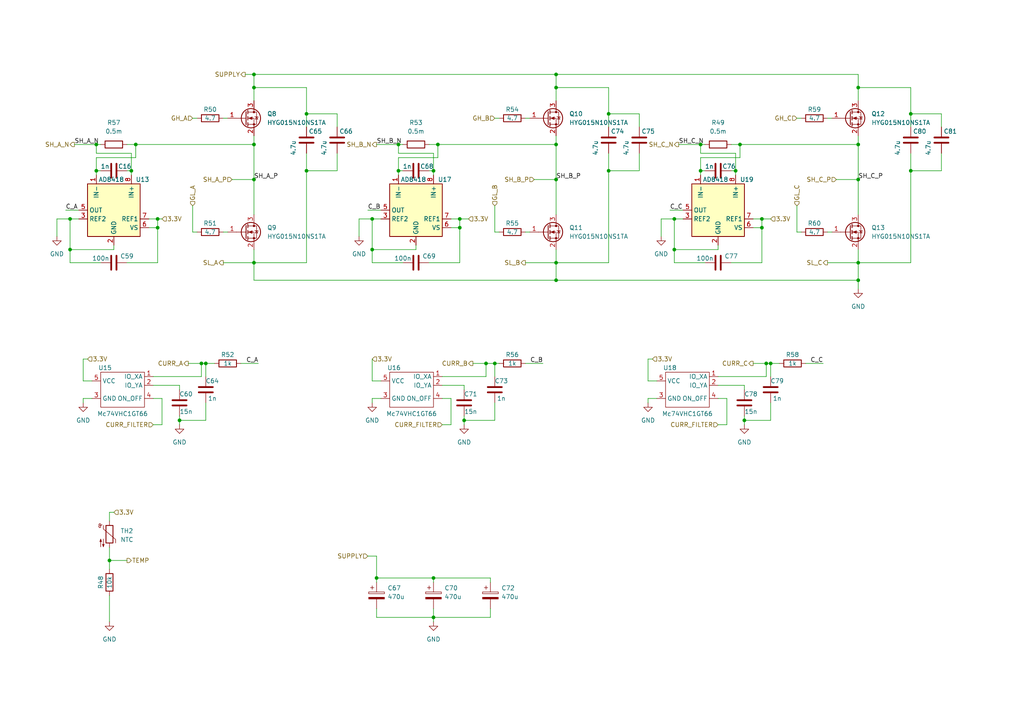
<source format=kicad_sch>
(kicad_sch (version 20231120) (generator "eeschema") (generator_version "8.0")
  (paper "A4")
  (lib_symbols
    (symbol "Amplifier_Current:AD8418"
      (property "Reference" "U" (at -7.62 10.795 0))
      (property "Value" "AD8418" (at -7.62 8.89 0))
      (symbol "AD8418_0_1"
        (rectangle (start -7.62 7.62) (end 7.62 -7.62) (stroke (width 0.254)) (fill (type background)))
      )
      (symbol "AD8418_1_1"
        (pin input line (at 5.08 10.16 270) (length 2.54) (name "IN-") (number "1"))
        (pin power_in line (at 0 -10.16 90) (length 2.54) (name "GND") (number "2"))
        (pin input line (at 10.16 -2.54 180) (length 2.54) (name "REF2") (number "3"))
        (pin no_connect line (at 2.54 -7.62 90) (length 2.54) hide (name "NC") (number "4"))
        (pin output line (at 10.16 0 180) (length 2.54) (name "OUT") (number "5"))
        (pin power_in line (at -10.16 -5.08 0) (length 2.54) (name "VS") (number "6"))
        (pin input line (at -10.16 -2.54 0) (length 2.54) (name "REF1") (number "7"))
        (pin input line (at -5.08 10.16 270) (length 2.54) (name "IN+") (number "8"))
      )
    )
    (symbol "Device:C" (pin_numbers hide) (pin_names (offset 0.254))
      (property "Reference" "C" (at 0.635 2.54 0))
      (property "Value" "C" (at 0.635 -2.54 0))
      (symbol "C_0_1"
        (polyline (pts (xy -2.032 -0.762) (xy 2.032 -0.762)) (stroke (width 0.508)))
        (polyline (pts (xy -2.032 0.762) (xy 2.032 0.762)) (stroke (width 0.508)))
      )
      (symbol "C_1_1"
        (pin passive line (at 0 3.81 270) (length 2.794) (name "~") (number "1"))
        (pin passive line (at 0 -3.81 90) (length 2.794) (name "~") (number "2"))
      )
    )
    (symbol "Device:C_Polarized" (pin_numbers hide) (pin_names (offset 0.254))
      (property "Reference" "C" (at 0.635 2.54 0))
      (property "Value" "C_Polarized" (at 0.635 -2.54 0))
      (symbol "C_Polarized_0_1"
        (rectangle (start -2.286 0.508) (end 2.286 1.016))
        (polyline (pts (xy -1.778 2.286) (xy -0.762 2.286)))
        (polyline (pts (xy -1.27 2.794) (xy -1.27 1.778)))
        (rectangle (start 2.286 -0.508) (end -2.286 -1.016) (fill (type outline)))
      )
      (symbol "C_Polarized_1_1"
        (pin passive line (at 0 3.81 270) (length 2.794) (name "~") (number "1"))
        (pin passive line (at 0 -3.81 90) (length 2.794) (name "~") (number "2"))
      )
    )
    (symbol "Device:Q_NMOS_GSD" (pin_names (offset 0) hide)
      (property "Reference" "Q" (at 5.08 1.27 0))
      (property "Value" "Q_NMOS_GSD" (at 5.08 -1.27 0))
      (symbol "Q_NMOS_GSD_0_1"
        (polyline (pts (xy 0.254 0) (xy -2.54 0)))
        (polyline (pts (xy 0.254 1.905) (xy 0.254 -1.905)) (stroke (width 0.254)))
        (polyline (pts (xy 0.762 -1.27) (xy 0.762 -2.286)) (stroke (width 0.254)))
        (polyline (pts (xy 0.762 0.508) (xy 0.762 -0.508)) (stroke (width 0.254)))
        (polyline (pts (xy 0.762 2.286) (xy 0.762 1.27)) (stroke (width 0.254)))
        (polyline (pts (xy 2.54 2.54) (xy 2.54 1.778)))
        (polyline (pts (xy 2.54 -2.54) (xy 2.54 0) (xy 0.762 0)))
        (polyline (pts (xy 0.762 -1.778) (xy 3.302 -1.778) (xy 3.302 1.778) (xy 0.762 1.778)))
        (polyline (pts (xy 1.016 0) (xy 2.032 0.381) (xy 2.032 -0.381) (xy 1.016 0)) (fill (type outline)))
        (polyline (pts (xy 2.794 0.508) (xy 2.921 0.381) (xy 3.683 0.381) (xy 3.81 0.254)))
        (polyline (pts (xy 3.302 0.381) (xy 2.921 -0.254) (xy 3.683 -0.254) (xy 3.302 0.381)))
        (circle (center 1.651 0) (radius 2.794) (stroke (width 0.254)))
        (circle (center 2.54 -1.778) (radius 0.254) (fill (type outline)))
        (circle (center 2.54 1.778) (radius 0.254) (fill (type outline)))
      )
      (symbol "Q_NMOS_GSD_1_1"
        (pin input line (at -5.08 0 0) (length 2.54) (name "G") (number "1"))
        (pin passive line (at 2.54 -5.08 90) (length 2.54) (name "S") (number "2"))
        (pin passive line (at 2.54 5.08 270) (length 2.54) (name "D") (number "3"))
      )
    )
    (symbol "Device:R" (pin_numbers hide) (pin_names (offset 0))
      (property "Reference" "R" (at 2.032 0 90))
      (property "Value" "R" (at 0 0 90))
      (symbol "R_0_1"
        (rectangle (start -1.016 -2.54) (end 1.016 2.54) (stroke (width 0.254)))
      )
      (symbol "R_1_1"
        (pin passive line (at 0 3.81 270) (length 1.27) (name "~") (number "1"))
        (pin passive line (at 0 -3.81 90) (length 1.27) (name "~") (number "2"))
      )
    )
    (symbol "Device:Thermistor_NTC" (pin_numbers hide) (pin_names (offset 0))
      (property "Reference" "TH" (at -4.445 0 90))
      (property "Value" "Thermistor_NTC" (at 3.175 0 90))
      (symbol "Thermistor_NTC_0_1"
        (arc (start -3.048 2.159) (mid -3.0505 2.3165) (end -3.175 2.413))
        (arc (start -3.048 2.159) (mid -2.9736 1.9794) (end -2.794 1.905))
        (arc (start -3.048 2.794) (mid -2.9736 2.6144) (end -2.794 2.54))
        (arc (start -2.794 1.905) (mid -2.6144 1.9794) (end -2.54 2.159))
        (arc (start -2.794 2.54) (mid -2.434 2.5608) (end -2.159 2.794))
        (arc (start -2.794 3.048) (mid -2.9736 2.9736) (end -3.048 2.794))
        (arc (start -2.54 2.794) (mid -2.6144 2.9736) (end -2.794 3.048))
        (rectangle (start -1.016 2.54) (end 1.016 -2.54) (stroke (width 0.254)))
        (polyline (pts (xy -2.54 2.159) (xy -2.54 2.794)))
        (polyline (pts (xy -1.778 2.54) (xy -1.778 1.524) (xy 1.778 -1.524) (xy 1.778 -2.54)))
        (polyline (pts (xy -2.54 -3.683) (xy -2.54 -1.397) (xy -2.794 -2.159) (xy -2.286 -2.159) (xy -2.54 -1.397) (xy -2.54 -1.651)) (fill (type outline)))
        (polyline (pts (xy -1.778 -1.397) (xy -1.778 -3.683) (xy -2.032 -2.921) (xy -1.524 -2.921) (xy -1.778 -3.683) (xy -1.778 -3.429)) (fill (type outline)))
      )
      (symbol "Thermistor_NTC_1_1"
        (pin passive line (at 0 3.81 270) (length 1.27) (name "~") (number "1"))
        (pin passive line (at 0 -3.81 90) (length 1.27) (name "~") (number "2"))
      )
    )
    (symbol "TUWR_IC:Mc74VHC1GT66"
      (property "Reference" "U" (at 1.27 8.89 0))
      (property "Value" "Mc74VHC1GT66" (at 1.27 8.89 0))
      (symbol "Mc74VHC1GT66_0_1"
        (rectangle (start -6.35 5.08) (end 6.35 -5.08))
      )
      (symbol "Mc74VHC1GT66_1_1"
        (pin input line (at 8.89 3.81 180) (length 2.54) (name "IO_XA") (number "1"))
        (pin input line (at 8.89 1.27 180) (length 2.54) (name "IO_YA") (number "2"))
        (pin input line (at -8.89 -2.54 0) (length 2.54) (name "GND") (number "3"))
        (pin input line (at 8.89 -2.54 180) (length 2.54) (name "ON_OFF") (number "4"))
        (pin input line (at -8.89 2.54 0) (length 2.54) (name "VCC") (number "5"))
      )
    )
    (symbol "power:GND" (power) (pin_names (offset 0))
      (property "Value" "GND" (at 0 -3.81 0))
      (symbol "GND_0_1"
        (polyline (pts (xy 0 0) (xy 0 -1.27) (xy 1.27 -1.27) (xy 0 -2.54) (xy -1.27 -1.27) (xy 0 -1.27)))
      )
      (symbol "GND_1_1"
        (pin power_in line (at 0 0 270) (length 0) hide (name "GND") (number "1"))
      )
    )
  )
  (junction (at 248.92 41.91))
  (junction (at 176.53 49.53))
  (junction (at 125.73 179.07))
  (junction (at 127 41.91))
  (junction (at 27.94 49.53))
  (junction (at 203.2 49.53))
  (junction (at 161.29 25.4))
  (junction (at 161.29 52.07))
  (junction (at 248.92 52.07))
  (junction (at 161.29 81.28))
  (junction (at 213.36 49.53))
  (junction (at 214.63 41.91))
  (junction (at 107.95 72.39))
  (junction (at 20.32 63.5))
  (junction (at 73.66 52.07))
  (junction (at 73.66 21.59))
  (junction (at 88.9 49.53))
  (junction (at 215.9 121.92))
  (junction (at 88.9 33.02))
  (junction (at 176.53 33.02))
  (junction (at 248.92 76.2))
  (junction (at 107.95 63.5))
  (junction (at 264.16 33.02))
  (junction (at 223.52 105.41))
  (junction (at 125.73 49.53))
  (junction (at 161.29 76.2))
  (junction (at 45.72 66.04))
  (junction (at 125.73 167.64))
  (junction (at 52.07 121.92))
  (junction (at 161.29 21.59))
  (junction (at 115.57 49.53))
  (junction (at 20.32 72.39))
  (junction (at 220.98 63.5))
  (junction (at 220.98 66.04))
  (junction (at 109.22 167.64))
  (junction (at 73.66 76.2))
  (junction (at 195.58 63.5))
  (junction (at 264.16 49.53))
  (junction (at 73.66 41.91))
  (junction (at 59.69 105.41))
  (junction (at 140.97 105.41))
  (junction (at 161.29 41.91))
  (junction (at 134.62 121.92))
  (junction (at 39.37 41.91))
  (junction (at 195.58 72.39))
  (junction (at 45.72 63.5))
  (junction (at 31.75 162.56))
  (junction (at 133.35 66.04))
  (junction (at 38.1 49.53))
  (junction (at 248.92 81.28))
  (junction (at 203.2 41.91))
  (junction (at 115.57 41.91))
  (junction (at 73.66 25.4))
  (junction (at 133.35 63.5))
  (junction (at 143.51 105.41))
  (junction (at 27.94 41.91))
  (junction (at 248.92 25.4))
  (junction (at 222.25 105.41))
  (junction (at 58.42 105.41))
  (wire (pts (xy 45.72 63.5) (xy 46.99 63.5)))
  (wire (pts (xy 134.62 120.65) (xy 134.62 121.92)))
  (wire (pts (xy 231.14 59.69) (xy 231.14 67.31)))
  (wire (pts (xy 31.75 162.56) (xy 31.75 158.75)))
  (wire (pts (xy 127 41.91) (xy 161.29 41.91)))
  (wire (pts (xy 106.68 60.96) (xy 110.49 60.96)))
  (wire (pts (xy 152.4 76.2) (xy 161.29 76.2)))
  (wire (pts (xy 115.57 41.91) (xy 116.84 41.91)))
  (wire (pts (xy 187.96 104.14) (xy 187.96 110.49)))
  (wire (pts (xy 67.31 52.07) (xy 73.66 52.07)))
  (wire (pts (xy 107.95 104.14) (xy 107.95 110.49)))
  (wire (pts (xy 198.12 63.5) (xy 195.58 63.5)))
  (wire (pts (xy 208.28 109.22) (xy 222.25 109.22)))
  (wire (pts (xy 19.05 60.96) (xy 22.86 60.96)))
  (wire (pts (xy 38.1 49.53) (xy 38.1 44.45)))
  (wire (pts (xy 20.32 63.5) (xy 20.32 72.39)))
  (wire (pts (xy 88.9 36.83) (xy 88.9 33.02)))
  (wire (pts (xy 196.85 41.91) (xy 203.2 41.91)))
  (wire (pts (xy 106.68 161.29) (xy 109.22 161.29)))
  (wire (pts (xy 212.09 49.53) (xy 213.36 49.53)))
  (wire (pts (xy 115.57 49.53) (xy 115.57 45.72)))
  (wire (pts (xy 58.42 109.22) (xy 58.42 105.41)))
  (wire (pts (xy 220.98 63.5) (xy 218.44 63.5)))
  (wire (pts (xy 273.05 49.53) (xy 264.16 49.53)))
  (wire (pts (xy 133.35 63.5) (xy 130.81 63.5)))
  (wire (pts (xy 64.77 76.2) (xy 73.66 76.2)))
  (wire (pts (xy 143.51 59.69) (xy 143.51 67.31)))
  (wire (pts (xy 133.35 63.5) (xy 135.89 63.5)))
  (wire (pts (xy 124.46 41.91) (xy 127 41.91)))
  (wire (pts (xy 21.59 41.91) (xy 27.94 41.91)))
  (wire (pts (xy 52.07 121.92) (xy 52.07 123.19)))
  (wire (pts (xy 187.96 110.49) (xy 190.5 110.49)))
  (wire (pts (xy 185.42 49.53) (xy 176.53 49.53)))
  (wire (pts (xy 31.75 162.56) (xy 31.75 165.1)))
  (wire (pts (xy 161.29 39.37) (xy 161.29 41.91)))
  (wire (pts (xy 109.22 41.91) (xy 115.57 41.91)))
  (wire (pts (xy 213.36 49.53) (xy 213.36 50.8)))
  (wire (pts (xy 97.79 49.53) (xy 88.9 49.53)))
  (wire (pts (xy 214.63 45.72) (xy 214.63 41.91)))
  (wire (pts (xy 125.73 179.07) (xy 125.73 180.34)))
  (wire (pts (xy 143.51 105.41) (xy 144.78 105.41)))
  (wire (pts (xy 107.95 116.84) (xy 107.95 115.57)))
  (wire (pts (xy 191.77 63.5) (xy 195.58 63.5)))
  (wire (pts (xy 137.16 105.41) (xy 140.97 105.41)))
  (wire (pts (xy 248.92 41.91) (xy 248.92 52.07)))
  (wire (pts (xy 189.23 104.14) (xy 187.96 104.14)))
  (wire (pts (xy 142.24 179.07) (xy 125.73 179.07)))
  (wire (pts (xy 24.13 115.57) (xy 26.67 115.57)))
  (wire (pts (xy 127 45.72) (xy 127 41.91)))
  (wire (pts (xy 20.32 76.2) (xy 29.21 76.2)))
  (wire (pts (xy 176.53 49.53) (xy 176.53 44.45)))
  (wire (pts (xy 218.44 105.41) (xy 222.25 105.41)))
  (wire (pts (xy 46.99 115.57) (xy 44.45 115.57)))
  (wire (pts (xy 38.1 44.45) (xy 27.94 44.45)))
  (wire (pts (xy 20.32 72.39) (xy 33.02 72.39)))
  (wire (pts (xy 161.29 41.91) (xy 161.29 52.07)))
  (wire (pts (xy 264.16 49.53) (xy 264.16 44.45)))
  (wire (pts (xy 55.88 59.69) (xy 55.88 67.31)))
  (wire (pts (xy 195.58 72.39) (xy 195.58 76.2)))
  (wire (pts (xy 264.16 49.53) (xy 264.16 76.2)))
  (wire (pts (xy 24.13 116.84) (xy 24.13 115.57)))
  (wire (pts (xy 97.79 44.45) (xy 97.79 49.53)))
  (wire (pts (xy 36.83 49.53) (xy 38.1 49.53)))
  (wire (pts (xy 242.57 52.07) (xy 248.92 52.07)))
  (wire (pts (xy 88.9 49.53) (xy 88.9 44.45)))
  (wire (pts (xy 140.97 109.22) (xy 140.97 105.41)))
  (wire (pts (xy 109.22 179.07) (xy 109.22 176.53)))
  (wire (pts (xy 59.69 105.41) (xy 62.23 105.41)))
  (wire (pts (xy 58.42 105.41) (xy 59.69 105.41)))
  (wire (pts (xy 240.03 67.31) (xy 241.3 67.31)))
  (wire (pts (xy 222.25 105.41) (xy 223.52 105.41)))
  (wire (pts (xy 27.94 49.53) (xy 27.94 45.72)))
  (wire (pts (xy 44.45 111.76) (xy 52.07 111.76)))
  (wire (pts (xy 125.73 179.07) (xy 109.22 179.07)))
  (wire (pts (xy 24.13 104.14) (xy 24.13 110.49)))
  (wire (pts (xy 59.69 109.22) (xy 59.69 105.41)))
  (wire (pts (xy 45.72 76.2) (xy 45.72 66.04)))
  (wire (pts (xy 215.9 120.65) (xy 215.9 121.92)))
  (wire (pts (xy 161.29 76.2) (xy 161.29 81.28)))
  (wire (pts (xy 161.29 25.4) (xy 161.29 29.21)))
  (wire (pts (xy 143.51 34.29) (xy 144.78 34.29)))
  (wire (pts (xy 107.95 76.2) (xy 116.84 76.2)))
  (wire (pts (xy 25.4 104.14) (xy 24.13 104.14)))
  (wire (pts (xy 125.73 167.64) (xy 142.24 167.64)))
  (wire (pts (xy 125.73 167.64) (xy 125.73 168.91)))
  (wire (pts (xy 203.2 49.53) (xy 203.2 45.72)))
  (wire (pts (xy 208.28 71.12) (xy 208.28 72.39)))
  (wire (pts (xy 109.22 161.29) (xy 109.22 167.64)))
  (wire (pts (xy 161.29 52.07) (xy 161.29 62.23)))
  (wire (pts (xy 107.95 110.49) (xy 110.49 110.49)))
  (wire (pts (xy 73.66 76.2) (xy 73.66 81.28)))
  (wire (pts (xy 185.42 33.02) (xy 176.53 33.02)))
  (wire (pts (xy 73.66 52.07) (xy 73.66 62.23)))
  (wire (pts (xy 107.95 72.39) (xy 120.65 72.39)))
  (wire (pts (xy 120.65 71.12) (xy 120.65 72.39)))
  (wire (pts (xy 264.16 33.02) (xy 264.16 25.4)))
  (wire (pts (xy 88.9 76.2) (xy 73.66 76.2)))
  (wire (pts (xy 73.66 41.91) (xy 73.66 52.07)))
  (wire (pts (xy 176.53 76.2) (xy 161.29 76.2)))
  (wire (pts (xy 73.66 25.4) (xy 73.66 29.21)))
  (wire (pts (xy 133.35 76.2) (xy 133.35 66.04)))
  (wire (pts (xy 223.52 105.41) (xy 226.06 105.41)))
  (wire (pts (xy 39.37 45.72) (xy 39.37 41.91)))
  (wire (pts (xy 39.37 41.91) (xy 73.66 41.91)))
  (wire (pts (xy 264.16 76.2) (xy 248.92 76.2)))
  (wire (pts (xy 220.98 66.04) (xy 220.98 63.5)))
  (wire (pts (xy 38.1 49.53) (xy 38.1 50.8)))
  (wire (pts (xy 124.46 76.2) (xy 133.35 76.2)))
  (wire (pts (xy 248.92 81.28) (xy 248.92 83.82)))
  (wire (pts (xy 214.63 41.91) (xy 248.92 41.91)))
  (wire (pts (xy 134.62 121.92) (xy 143.51 121.92)))
  (wire (pts (xy 33.02 71.12) (xy 33.02 72.39)))
  (wire (pts (xy 210.82 123.19) (xy 210.82 115.57)))
  (wire (pts (xy 273.05 36.83) (xy 273.05 33.02)))
  (wire (pts (xy 124.46 49.53) (xy 125.73 49.53)))
  (wire (pts (xy 233.68 105.41) (xy 238.76 105.41)))
  (wire (pts (xy 248.92 52.07) (xy 248.92 62.23)))
  (wire (pts (xy 116.84 49.53) (xy 115.57 49.53)))
  (wire (pts (xy 195.58 76.2) (xy 204.47 76.2)))
  (wire (pts (xy 69.85 105.41) (xy 74.93 105.41)))
  (wire (pts (xy 215.9 121.92) (xy 215.9 123.19)))
  (wire (pts (xy 203.2 49.53) (xy 203.2 50.8)))
  (wire (pts (xy 223.52 109.22) (xy 223.52 105.41)))
  (wire (pts (xy 203.2 49.53) (xy 204.47 49.53)))
  (wire (pts (xy 215.9 121.92) (xy 223.52 121.92)))
  (wire (pts (xy 109.22 167.64) (xy 109.22 168.91)))
  (wire (pts (xy 125.73 49.53) (xy 125.73 50.8)))
  (wire (pts (xy 109.22 167.64) (xy 125.73 167.64)))
  (wire (pts (xy 143.51 109.22) (xy 143.51 105.41)))
  (wire (pts (xy 222.25 109.22) (xy 222.25 105.41)))
  (wire (pts (xy 71.12 21.59) (xy 73.66 21.59)))
  (wire (pts (xy 88.9 49.53) (xy 88.9 76.2)))
  (wire (pts (xy 64.77 34.29) (xy 66.04 34.29)))
  (wire (pts (xy 130.81 123.19) (xy 130.81 115.57)))
  (wire (pts (xy 161.29 21.59) (xy 161.29 25.4)))
  (wire (pts (xy 215.9 111.76) (xy 215.9 113.03)))
  (wire (pts (xy 248.92 76.2) (xy 248.92 81.28)))
  (wire (pts (xy 134.62 111.76) (xy 134.62 113.03)))
  (wire (pts (xy 36.83 41.91) (xy 39.37 41.91)))
  (wire (pts (xy 130.81 66.04) (xy 133.35 66.04)))
  (wire (pts (xy 27.94 41.91) (xy 27.94 44.45)))
  (wire (pts (xy 107.95 63.5) (xy 107.95 72.39)))
  (wire (pts (xy 264.16 25.4) (xy 248.92 25.4)))
  (wire (pts (xy 213.36 44.45) (xy 203.2 44.45)))
  (wire (pts (xy 97.79 33.02) (xy 88.9 33.02)))
  (wire (pts (xy 264.16 36.83) (xy 264.16 33.02)))
  (wire (pts (xy 115.57 45.72) (xy 127 45.72)))
  (wire (pts (xy 187.96 115.57) (xy 190.5 115.57)))
  (wire (pts (xy 107.95 72.39) (xy 107.95 76.2)))
  (wire (pts (xy 59.69 121.92) (xy 59.69 116.84)))
  (wire (pts (xy 223.52 121.92) (xy 223.52 116.84)))
  (wire (pts (xy 55.88 34.29) (xy 57.15 34.29)))
  (wire (pts (xy 133.35 66.04) (xy 133.35 63.5)))
  (wire (pts (xy 161.29 21.59) (xy 248.92 21.59)))
  (wire (pts (xy 134.62 121.92) (xy 134.62 123.19)))
  (wire (pts (xy 104.14 68.58) (xy 104.14 63.5)))
  (wire (pts (xy 187.96 116.84) (xy 187.96 115.57)))
  (wire (pts (xy 142.24 167.64) (xy 142.24 168.91)))
  (wire (pts (xy 176.53 36.83) (xy 176.53 33.02)))
  (wire (pts (xy 212.09 76.2) (xy 220.98 76.2)))
  (wire (pts (xy 128.27 109.22) (xy 140.97 109.22)))
  (wire (pts (xy 45.72 63.5) (xy 43.18 63.5)))
  (wire (pts (xy 44.45 123.19) (xy 46.99 123.19)))
  (wire (pts (xy 36.83 76.2) (xy 45.72 76.2)))
  (wire (pts (xy 16.51 68.58) (xy 16.51 63.5)))
  (wire (pts (xy 231.14 34.29) (xy 232.41 34.29)))
  (wire (pts (xy 125.73 44.45) (xy 115.57 44.45)))
  (wire (pts (xy 54.61 105.41) (xy 58.42 105.41)))
  (wire (pts (xy 88.9 33.02) (xy 88.9 25.4)))
  (wire (pts (xy 140.97 105.41) (xy 143.51 105.41)))
  (wire (pts (xy 212.09 41.91) (xy 214.63 41.91)))
  (wire (pts (xy 232.41 67.31) (xy 231.14 67.31)))
  (wire (pts (xy 210.82 115.57) (xy 208.28 115.57)))
  (wire (pts (xy 208.28 111.76) (xy 215.9 111.76)))
  (wire (pts (xy 27.94 41.91) (xy 29.21 41.91)))
  (wire (pts (xy 104.14 63.5) (xy 107.95 63.5)))
  (wire (pts (xy 31.75 148.59) (xy 33.02 148.59)))
  (wire (pts (xy 27.94 49.53) (xy 29.21 49.53)))
  (wire (pts (xy 273.05 44.45) (xy 273.05 49.53)))
  (wire (pts (xy 248.92 39.37) (xy 248.92 41.91)))
  (wire (pts (xy 248.92 25.4) (xy 248.92 29.21)))
  (wire (pts (xy 52.07 111.76) (xy 52.07 113.03)))
  (wire (pts (xy 44.45 109.22) (xy 58.42 109.22)))
  (wire (pts (xy 195.58 72.39) (xy 208.28 72.39)))
  (wire (pts (xy 22.86 63.5) (xy 20.32 63.5)))
  (wire (pts (xy 45.72 66.04) (xy 45.72 63.5)))
  (wire (pts (xy 27.94 49.53) (xy 27.94 50.8)))
  (wire (pts (xy 46.99 123.19) (xy 46.99 115.57)))
  (wire (pts (xy 142.24 176.53) (xy 142.24 179.07)))
  (wire (pts (xy 218.44 66.04) (xy 220.98 66.04)))
  (wire (pts (xy 128.27 123.19) (xy 130.81 123.19)))
  (wire (pts (xy 185.42 36.83) (xy 185.42 33.02)))
  (wire (pts (xy 240.03 34.29) (xy 241.3 34.29)))
  (wire (pts (xy 213.36 49.53) (xy 213.36 44.45)))
  (wire (pts (xy 24.13 110.49) (xy 26.67 110.49)))
  (wire (pts (xy 16.51 63.5) (xy 20.32 63.5)))
  (wire (pts (xy 240.03 76.2) (xy 248.92 76.2)))
  (wire (pts (xy 176.53 49.53) (xy 176.53 76.2)))
  (wire (pts (xy 115.57 41.91) (xy 115.57 44.45)))
  (wire (pts (xy 273.05 33.02) (xy 264.16 33.02)))
  (wire (pts (xy 128.27 111.76) (xy 134.62 111.76)))
  (wire (pts (xy 125.73 179.07) (xy 125.73 176.53)))
  (wire (pts (xy 203.2 45.72) (xy 214.63 45.72)))
  (wire (pts (xy 107.95 115.57) (xy 110.49 115.57)))
  (wire (pts (xy 185.42 44.45) (xy 185.42 49.53)))
  (wire (pts (xy 194.31 60.96) (xy 198.12 60.96)))
  (wire (pts (xy 152.4 67.31) (xy 153.67 67.31)))
  (wire (pts (xy 73.66 21.59) (xy 73.66 25.4)))
  (wire (pts (xy 43.18 66.04) (xy 45.72 66.04)))
  (wire (pts (xy 73.66 81.28) (xy 161.29 81.28)))
  (wire (pts (xy 110.49 63.5) (xy 107.95 63.5)))
  (wire (pts (xy 220.98 63.5) (xy 223.52 63.5)))
  (wire (pts (xy 220.98 76.2) (xy 220.98 66.04)))
  (wire (pts (xy 73.66 72.39) (xy 73.66 76.2)))
  (wire (pts (xy 97.79 36.83) (xy 97.79 33.02)))
  (wire (pts (xy 152.4 105.41) (xy 157.48 105.41)))
  (wire (pts (xy 20.32 72.39) (xy 20.32 76.2)))
  (wire (pts (xy 248.92 21.59) (xy 248.92 25.4)))
  (wire (pts (xy 31.75 148.59) (xy 31.75 151.13)))
  (wire (pts (xy 31.75 172.72) (xy 31.75 180.34)))
  (wire (pts (xy 52.07 120.65) (xy 52.07 121.92)))
  (wire (pts (xy 161.29 81.28) (xy 248.92 81.28)))
  (wire (pts (xy 73.66 39.37) (xy 73.66 41.91)))
  (wire (pts (xy 152.4 34.29) (xy 153.67 34.29)))
  (wire (pts (xy 161.29 72.39) (xy 161.29 76.2)))
  (wire (pts (xy 143.51 121.92) (xy 143.51 116.84)))
  (wire (pts (xy 203.2 41.91) (xy 204.47 41.91)))
  (wire (pts (xy 208.28 123.19) (xy 210.82 123.19)))
  (wire (pts (xy 88.9 25.4) (xy 73.66 25.4)))
  (wire (pts (xy 57.15 67.31) (xy 55.88 67.31)))
  (wire (pts (xy 115.57 49.53) (xy 115.57 50.8)))
  (wire (pts (xy 176.53 33.02) (xy 176.53 25.4)))
  (wire (pts (xy 203.2 41.91) (xy 203.2 44.45)))
  (wire (pts (xy 130.81 115.57) (xy 128.27 115.57)))
  (wire (pts (xy 248.92 72.39) (xy 248.92 76.2)))
  (wire (pts (xy 73.66 21.59) (xy 161.29 21.59)))
  (wire (pts (xy 191.77 68.58) (xy 191.77 63.5)))
  (wire (pts (xy 154.94 52.07) (xy 161.29 52.07)))
  (wire (pts (xy 31.75 162.56) (xy 36.83 162.56)))
  (wire (pts (xy 64.77 67.31) (xy 66.04 67.31)))
  (wire (pts (xy 125.73 49.53) (xy 125.73 44.45)))
  (wire (pts (xy 27.94 45.72) (xy 39.37 45.72)))
  (wire (pts (xy 195.58 63.5) (xy 195.58 72.39)))
  (wire (pts (xy 52.07 121.92) (xy 59.69 121.92)))
  (wire (pts (xy 176.53 25.4) (xy 161.29 25.4)))
  (wire (pts (xy 144.78 67.31) (xy 143.51 67.31)))
  (label "SH_B_P" (at 161.29 52.07 0))
  (label "C_C" (at 194.31 60.96 0))
  (label "SH_A_N" (at 21.59 41.91 0))
  (label "C_C" (at 238.76 105.41 180))
  (label "C_B" (at 106.68 60.96 0))
  (label "C_B" (at 157.48 105.41 180))
  (label "SH_B_N" (at 109.22 41.91 0))
  (label "SH_C_P" (at 248.92 52.07 0))
  (label "C_A" (at 19.05 60.96 0))
  (label "SH_A_P" (at 73.66 52.07 0))
  (label "C_A" (at 74.93 105.41 180))
  (label "SH_C_N" (at 196.85 41.91 0))
  (hierarchical_label "CURR_A" (shape output) (at 54.61 105.41 180))
  (hierarchical_label "3.3V" (shape input) (at 223.52 63.5 0))
  (hierarchical_label "GH_B" (shape input) (at 143.51 34.29 180))
  (hierarchical_label "TEMP" (shape output) (at 36.83 162.56 0))
  (hierarchical_label "GL_A" (shape input) (at 55.88 59.69 90))
  (hierarchical_label "3.3V" (shape input) (at 135.89 63.5 0))
  (hierarchical_label "3.3V" (shape input) (at 46.99 63.5 0))
  (hierarchical_label "GL_B" (shape input) (at 143.51 59.69 90))
  (hierarchical_label "GH_A" (shape input) (at 55.88 34.29 180))
  (hierarchical_label "GL_C" (shape input) (at 231.14 59.69 90))
  (hierarchical_label "SH_C_P" (shape input) (at 242.57 52.07 180))
  (hierarchical_label "CURR_FILTER" (shape input) (at 208.28 123.19 180))
  (hierarchical_label "GH_C" (shape input) (at 231.14 34.29 180))
  (hierarchical_label "SL_B" (shape output) (at 152.4 76.2 180))
  (hierarchical_label "3.3V" (shape input) (at 189.23 104.14 0))
  (hierarchical_label "CURR_FILTER" (shape input) (at 128.27 123.19 180))
  (hierarchical_label "SUPPLY" (shape output) (at 71.12 21.59 180))
  (hierarchical_label "CURR_B" (shape output) (at 137.16 105.41 180))
  (hierarchical_label "SH_B_N" (shape output) (at 109.22 41.91 180))
  (hierarchical_label "CURR_C" (shape output) (at 218.44 105.41 180))
  (hierarchical_label "3.3V" (shape input) (at 33.02 148.59 0))
  (hierarchical_label "SL_A" (shape output) (at 64.77 76.2 180))
  (hierarchical_label "SH_C_N" (shape output) (at 196.85 41.91 180))
  (hierarchical_label "SH_B_P" (shape input) (at 154.94 52.07 180))
  (hierarchical_label "3.3V" (shape input) (at 107.95 104.14 0))
  (hierarchical_label "CURR_FILTER" (shape input) (at 44.45 123.19 180))
  (hierarchical_label "SUPPLY" (shape input) (at 106.68 161.29 180))
  (hierarchical_label "SH_A_P" (shape input) (at 67.31 52.07 180))
  (hierarchical_label "3.3V" (shape input) (at 25.4 104.14 0))
  (hierarchical_label "SL_C" (shape output) (at 240.03 76.2 180))
  (hierarchical_label "SH_A_N" (shape output) (at 21.59 41.91 180))
  (symbol (lib_id "power:GND") (at 107.95 116.84 0) (unit 1)
    (property "Reference" "#PWR061" (effects (hide yes)))
    (property "Value" "GND" (at 107.95 121.92 0))
  )
  (symbol (lib_id "TUWR_IC:Mc74VHC1GT66") (at 35.56 113.03 0) (unit 1)
    (property "Reference" "U15" (at 30.48 106.68 0))
    (property "Value" "Mc74VHC1GT66" (at 35.56 120.015 0))
    (property "Footprint" "Package_TO_SOT_SMD:SOT-353_SC-70-5" (effects (hide yes)))
    (property "Datasheet" "https://www.lcsc.com/product-detail/span-style-background-color-ff0-Analog-span-Switches-Multiplexers_Texas-Instruments-SN74LVC1G66DCKR_C113518.html" (effects (hide yes)))
    (property "LCSC-PN" "C113518" (effects (hide yes)))
  )
  (symbol (lib_id "power:GND") (at 187.96 116.84 0) (unit 1)
    (property "Reference" "#PWR064" (effects (hide yes)))
    (property "Value" "GND" (at 187.96 121.92 0))
  )
  (symbol (lib_id "Device:R") (at 236.22 67.31 90) (unit 1)
    (property "Reference" "R60" (at 236.22 64.77 90))
    (property "Value" "4.7" (at 236.22 67.31 90))
    (property "Footprint" "Resistor_SMD:R_0603_1608Metric" (effects (hide yes)))
  )
  (symbol (lib_id "Device:R") (at 33.02 41.91 270) (unit 1)
    (property "Reference" "R57" (at 33.02 35.56 90))
    (property "Value" "0.5m" (at 33.02 38.1 90))
    (property "Footprint" "TUWR_Sensors:WSLP3921" (effects (hide yes)))
  )
  (symbol (lib_id "Device:R") (at 66.04 105.41 90) (unit 1)
    (property "Reference" "R52" (at 66.04 102.87 90))
    (property "Value" "1k" (at 66.04 105.41 90))
    (property "Footprint" "Resistor_SMD:R_0603_1608Metric" (effects (hide yes)))
  )
  (symbol (lib_id "Device:R") (at 229.87 105.41 90) (unit 1)
    (property "Reference" "R58" (at 229.87 102.87 90))
    (property "Value" "1k" (at 229.87 105.41 90))
    (property "Footprint" "Resistor_SMD:R_0603_1608Metric" (effects (hide yes)))
  )
  (symbol (lib_id "Device:C") (at 223.52 113.03 180) (unit 1)
    (property "Reference" "C79" (at 225.425 110.49 0))
    (property "Value" "1n" (at 225.425 115.57 0))
    (property "Footprint" "Capacitor_SMD:C_0603_1608Metric" (effects (hide yes)))
    (property "Voltage" "100V" (effects (hide yes)))
  )
  (symbol (lib_id "power:GND") (at 134.62 123.19 0) (unit 1)
    (property "Reference" "#PWR063" (effects (hide yes)))
    (property "Value" "GND" (at 134.62 128.27 0))
  )
  (symbol (lib_id "Device:Q_NMOS_GSD") (at 158.75 67.31 0) (unit 1)
    (property "Reference" "Q11" (at 165.1 66.04 0) (effects (justify left)))
    (property "Value" "HYG015N10NS1TA" (at 165.1 68.58 0) (effects (justify left)))
    (property "Footprint" "Package_TO_SOT_SMD:Infineon_PG-HSOF-8-1" (effects (hide yes)))
    (property "LCSC-PN" "C2979263" (effects (hide yes)))
  )
  (symbol (lib_id "power:GND") (at 191.77 68.58 0) (unit 1)
    (property "Reference" "#PWR065" (effects (hide yes)))
    (property "Value" "GND" (at 191.77 73.66 0))
  )
  (symbol (lib_id "TUWR_IC:Mc74VHC1GT66") (at 119.38 113.03 0) (unit 1)
    (property "Reference" "U16" (at 114.3 106.68 0))
    (property "Value" "Mc74VHC1GT66" (at 119.38 120.015 0))
    (property "Footprint" "Package_TO_SOT_SMD:SOT-353_SC-70-5" (effects (hide yes)))
    (property "Datasheet" "https://www.lcsc.com/product-detail/span-style-background-color-ff0-Analog-span-Switches-Multiplexers_Texas-Instruments-SN74LVC1G66DCKR_C113518.html" (effects (hide yes)))
    (property "LCSC-PN" "C113518" (effects (hide yes)))
  )
  (symbol (lib_id "Device:C") (at 215.9 116.84 180) (unit 1)
    (property "Reference" "C78" (at 217.805 114.3 0))
    (property "Value" "15n" (at 217.805 119.38 0))
    (property "Footprint" "Capacitor_SMD:C_0603_1608Metric" (effects (hide yes)))
    (property "Voltage" "100V" (effects (hide yes)))
  )
  (symbol (lib_id "power:GND") (at 248.92 83.82 0) (unit 1)
    (property "Reference" "#PWR067" (effects (hide yes)))
    (property "Value" "GND" (at 248.92 88.9 0))
  )
  (symbol (lib_id "power:GND") (at 52.07 123.19 0) (unit 1)
    (property "Reference" "#PWR059" (effects (hide yes)))
    (property "Value" "GND" (at 52.07 128.27 0))
  )
  (symbol (lib_id "Device:Thermistor_NTC") (at 31.75 154.94 0) (unit 1)
    (property "Reference" "TH2" (at 34.925 153.9874 0) (effects (justify left)))
    (property "Value" "NTC" (at 34.925 156.5274 0) (effects (justify left)))
    (property "Footprint" "Connector_PinHeader_1.27mm:PinHeader_1x02_P1.27mm_Vertical" (effects (hide yes)))
  )
  (symbol (lib_id "Amplifier_Current:AD8418") (at 120.65 60.96 0) (mirror y) (unit 1)
    (property "Reference" "U17" (at 127 52.07 0) (effects (justify right)))
    (property "Value" "AD8418" (at 116.205 52.07 0) (effects (justify right)))
    (property "Footprint" "Package_SO:MSOP-8_3x3mm_P0.65mm" (effects (hide yes)))
    (property "Datasheet" "https://www.analog.com/media/en/technical-documentation/data-sheets/AD8418.pdf" (effects (hide yes)))
    (property "LCSC-PN" "C462197" (effects (hide yes)))
  )
  (symbol (lib_id "power:GND") (at 31.75 180.34 0) (unit 1)
    (property "Reference" "#PWR058" (effects (hide yes)))
    (property "Value" "GND" (at 31.75 185.42 0))
  )
  (symbol (lib_id "Device:C") (at 120.65 49.53 90) (unit 1)
    (property "Reference" "C68" (at 123.825 48.26 90))
    (property "Value" "1n" (at 118.11 48.26 90))
    (property "Footprint" "Capacitor_SMD:C_0603_1608Metric" (effects (hide yes)))
    (property "Voltage" "100V" (effects (hide yes)))
  )
  (symbol (lib_id "Device:C") (at 208.28 49.53 90) (unit 1)
    (property "Reference" "C76" (at 211.455 48.26 90))
    (property "Value" "1n" (at 205.74 48.26 90))
    (property "Footprint" "Capacitor_SMD:C_0603_1608Metric" (effects (hide yes)))
    (property "Voltage" "100V" (effects (hide yes)))
  )
  (symbol (lib_id "Device:C") (at 264.16 40.64 0) (unit 1)
    (property "Reference" "C80" (at 264.795 38.1 0) (effects (justify left)))
    (property "Value" "4.7u" (at 260.35 45.085 90) (effects (justify left)))
    (property "Footprint" "Capacitor_SMD:C_1210_3225Metric" (effects (hide yes)))
    (property "Voltage" "100V" (effects (hide yes)))
  )
  (symbol (lib_id "Device:C") (at 143.51 113.03 180) (unit 1)
    (property "Reference" "C73" (at 145.415 110.49 0))
    (property "Value" "1n" (at 145.415 115.57 0))
    (property "Footprint" "Capacitor_SMD:C_0603_1608Metric" (effects (hide yes)))
    (property "Voltage" "100V" (effects (hide yes)))
  )
  (symbol (lib_id "Device:C_Polarized") (at 109.22 172.72 0) (unit 1)
    (property "Reference" "C67" (at 112.395 170.5609 0) (effects (justify left)))
    (property "Value" "470u" (at 112.395 173.1009 0) (effects (justify left)))
    (property "Footprint" "Capacitor_THT:CP_Radial_D10.0mm_P5.00mm" (effects (hide yes)))
    (property "Voltage" "80V" (effects (hide yes)))
  )
  (symbol (lib_id "Device:R") (at 148.59 34.29 90) (unit 1)
    (property "Reference" "R54" (at 148.59 31.75 90))
    (property "Value" "4.7" (at 148.59 34.29 90))
    (property "Footprint" "Resistor_SMD:R_0603_1608Metric" (effects (hide yes)))
  )
  (symbol (lib_id "Device:C_Polarized") (at 125.73 172.72 0) (unit 1)
    (property "Reference" "C70" (at 128.905 170.5609 0) (effects (justify left)))
    (property "Value" "470u" (at 128.905 173.1009 0) (effects (justify left)))
    (property "Footprint" "Capacitor_THT:CP_Radial_D10.0mm_P5.00mm" (effects (hide yes)))
    (property "Voltage" "80V" (effects (hide yes)))
  )
  (symbol (lib_id "Device:C_Polarized") (at 142.24 172.72 0) (unit 1)
    (property "Reference" "C72" (at 145.415 170.5609 0) (effects (justify left)))
    (property "Value" "470u" (at 145.415 173.1009 0) (effects (justify left)))
    (property "Footprint" "Capacitor_THT:CP_Radial_D10.0mm_P5.00mm" (effects (hide yes)))
    (property "Voltage" "80V" (effects (hide yes)))
  )
  (symbol (lib_id "Device:Q_NMOS_GSD") (at 71.12 34.29 0) (unit 1)
    (property "Reference" "Q8" (at 77.47 33.02 0) (effects (justify left)))
    (property "Value" "HYG015N10NS1TA" (at 77.47 35.56 0) (effects (justify left)))
    (property "Footprint" "Package_TO_SOT_SMD:Infineon_PG-HSOF-8-1" (effects (hide yes)))
    (property "LCSC-PN" "C2979263" (effects (hide yes)))
  )
  (symbol (lib_id "Device:Q_NMOS_GSD") (at 71.12 67.31 0) (unit 1)
    (property "Reference" "Q9" (at 77.47 66.04 0) (effects (justify left)))
    (property "Value" "HYG015N10NS1TA" (at 77.47 68.58 0) (effects (justify left)))
    (property "Footprint" "Package_TO_SOT_SMD:Infineon_PG-HSOF-8-1" (effects (hide yes)))
    (property "LCSC-PN" "C2979263" (effects (hide yes)))
  )
  (symbol (lib_id "Device:C") (at 59.69 113.03 180) (unit 1)
    (property "Reference" "C64" (at 61.595 110.49 0))
    (property "Value" "1n" (at 61.595 115.57 0))
    (property "Footprint" "Capacitor_SMD:C_0603_1608Metric" (effects (hide yes)))
    (property "Voltage" "100V" (effects (hide yes)))
  )
  (symbol (lib_id "Device:Q_NMOS_GSD") (at 246.38 34.29 0) (unit 1)
    (property "Reference" "Q12" (at 252.73 33.02 0) (effects (justify left)))
    (property "Value" "HYG015N10NS1TA" (at 252.73 35.56 0) (effects (justify left)))
    (property "Footprint" "Package_TO_SOT_SMD:Infineon_PG-HSOF-8-1" (effects (hide yes)))
    (property "LCSC-PN" "C2979263" (effects (hide yes)))
  )
  (symbol (lib_id "power:GND") (at 104.14 68.58 0) (unit 1)
    (property "Reference" "#PWR060" (effects (hide yes)))
    (property "Value" "GND" (at 104.14 73.66 0))
  )
  (symbol (lib_id "Device:C") (at 33.02 49.53 90) (unit 1)
    (property "Reference" "C16" (at 36.195 48.26 90))
    (property "Value" "1n" (at 30.48 48.26 90))
    (property "Footprint" "Capacitor_SMD:C_0603_1608Metric" (effects (hide yes)))
    (property "Voltage" "100V" (effects (hide yes)))
  )
  (symbol (lib_id "Device:C") (at 208.28 76.2 90) (unit 1)
    (property "Reference" "C77" (at 212.09 74.295 90))
    (property "Value" "100n" (at 204.47 74.93 90))
    (property "Footprint" "Capacitor_SMD:C_0603_1608Metric" (effects (hide yes)))
    (property "Voltage" "100V" (effects (hide yes)))
  )
  (symbol (lib_id "Device:C") (at 120.65 76.2 90) (unit 1)
    (property "Reference" "C69" (at 124.46 74.295 90))
    (property "Value" "100n" (at 116.84 74.93 90))
    (property "Footprint" "Capacitor_SMD:C_0603_1608Metric" (effects (hide yes)))
    (property "Voltage" "100V" (effects (hide yes)))
  )
  (symbol (lib_id "Device:R") (at 148.59 67.31 90) (unit 1)
    (property "Reference" "R55" (at 148.59 64.77 90))
    (property "Value" "4.7" (at 148.59 67.31 90))
    (property "Footprint" "Resistor_SMD:R_0603_1608Metric" (effects (hide yes)))
  )
  (symbol (lib_id "Device:R") (at 208.28 41.91 270) (unit 1)
    (property "Reference" "R49" (at 208.28 35.56 90))
    (property "Value" "0.5m" (at 208.28 38.1 90))
    (property "Footprint" "TUWR_Sensors:WSLP3921" (effects (hide yes)))
  )
  (symbol (lib_id "Device:R") (at 120.65 41.91 270) (unit 1)
    (property "Reference" "R53" (at 120.65 35.56 90))
    (property "Value" "0.5m" (at 120.65 38.1 90))
    (property "Footprint" "TUWR_Sensors:WSLP3921" (effects (hide yes)))
  )
  (symbol (lib_id "Amplifier_Current:AD8418") (at 208.28 60.96 0) (mirror y) (unit 1)
    (property "Reference" "U19" (at 214.63 52.07 0) (effects (justify right)))
    (property "Value" "AD8418" (at 203.835 52.07 0) (effects (justify right)))
    (property "Footprint" "Package_SO:MSOP-8_3x3mm_P0.65mm" (effects (hide yes)))
    (property "Datasheet" "https://www.analog.com/media/en/technical-documentation/data-sheets/AD8418.pdf" (effects (hide yes)))
    (property "LCSC-PN" "C462197" (effects (hide yes)))
  )
  (symbol (lib_id "Device:R") (at 31.75 168.91 180) (unit 1)
    (property "Reference" "R48" (at 29.21 168.91 90))
    (property "Value" "10k" (at 31.75 168.91 90))
    (property "Footprint" "Resistor_SMD:R_0603_1608Metric" (effects (hide yes)))
  )
  (symbol (lib_id "Device:C") (at 33.02 76.2 90) (unit 1)
    (property "Reference" "C59" (at 36.83 74.295 90))
    (property "Value" "100n" (at 29.21 74.93 90))
    (property "Footprint" "Capacitor_SMD:C_0603_1608Metric" (effects (hide yes)))
    (property "Voltage" "100V" (effects (hide yes)))
  )
  (symbol (lib_id "Device:C") (at 52.07 116.84 180) (unit 1)
    (property "Reference" "C60" (at 53.975 114.3 0))
    (property "Value" "15n" (at 53.975 119.38 0))
    (property "Footprint" "Capacitor_SMD:C_0603_1608Metric" (effects (hide yes)))
    (property "Voltage" "100V" (effects (hide yes)))
  )
  (symbol (lib_id "power:GND") (at 24.13 116.84 0) (unit 1)
    (property "Reference" "#PWR057" (effects (hide yes)))
    (property "Value" "GND" (at 24.13 121.92 0))
  )
  (symbol (lib_id "power:GND") (at 16.51 68.58 0) (unit 1)
    (property "Reference" "#PWR054" (effects (hide yes)))
    (property "Value" "GND" (at 16.51 73.66 0))
  )
  (symbol (lib_id "Device:C") (at 176.53 40.64 0) (unit 1)
    (property "Reference" "C74" (at 177.165 38.1 0) (effects (justify left)))
    (property "Value" "4.7u" (at 172.72 45.085 90) (effects (justify left)))
    (property "Footprint" "Capacitor_SMD:C_1210_3225Metric" (effects (hide yes)))
    (property "Voltage" "100V" (effects (hide yes)))
  )
  (symbol (lib_id "Device:R") (at 60.96 67.31 90) (unit 1)
    (property "Reference" "R51" (at 60.96 64.77 90))
    (property "Value" "4.7" (at 60.96 67.31 90))
    (property "Footprint" "Resistor_SMD:R_0603_1608Metric" (effects (hide yes)))
  )
  (symbol (lib_id "Device:C") (at 97.79 40.64 0) (unit 1)
    (property "Reference" "C66" (at 98.425 38.1 0) (effects (justify left)))
    (property "Value" "4.7u" (at 93.98 45.085 90) (effects (justify left)))
    (property "Footprint" "Capacitor_SMD:C_1210_3225Metric" (effects (hide yes)))
    (property "Voltage" "100V" (effects (hide yes)))
  )
  (symbol (lib_id "Device:R") (at 60.96 34.29 90) (unit 1)
    (property "Reference" "R50" (at 60.96 31.75 90))
    (property "Value" "4.7" (at 60.96 34.29 90))
    (property "Footprint" "Resistor_SMD:R_0603_1608Metric" (effects (hide yes)))
  )
  (symbol (lib_id "Device:C") (at 134.62 116.84 180) (unit 1)
    (property "Reference" "C71" (at 136.525 114.3 0))
    (property "Value" "15n" (at 136.525 119.38 0))
    (property "Footprint" "Capacitor_SMD:C_0603_1608Metric" (effects (hide yes)))
    (property "Voltage" "100V" (effects (hide yes)))
  )
  (symbol (lib_id "Device:Q_NMOS_GSD") (at 246.38 67.31 0) (unit 1)
    (property "Reference" "Q13" (at 252.73 66.04 0) (effects (justify left)))
    (property "Value" "HYG015N10NS1TA" (at 252.73 68.58 0) (effects (justify left)))
    (property "Footprint" "Package_TO_SOT_SMD:Infineon_PG-HSOF-8-1" (effects (hide yes)))
    (property "LCSC-PN" "C2979263" (effects (hide yes)))
  )
  (symbol (lib_id "Device:Q_NMOS_GSD") (at 158.75 34.29 0) (unit 1)
    (property "Reference" "Q10" (at 165.1 33.02 0) (effects (justify left)))
    (property "Value" "HYG015N10NS1TA" (at 165.1 35.56 0) (effects (justify left)))
    (property "Footprint" "Package_TO_SOT_SMD:Infineon_PG-HSOF-8-1" (effects (hide yes)))
    (property "LCSC-PN" "C2979263" (effects (hide yes)))
  )
  (symbol (lib_id "Device:R") (at 236.22 34.29 90) (unit 1)
    (property "Reference" "R59" (at 236.22 31.75 90))
    (property "Value" "4.7" (at 236.22 34.29 90))
    (property "Footprint" "Resistor_SMD:R_0603_1608Metric" (effects (hide yes)))
  )
  (symbol (lib_id "Amplifier_Current:AD8418") (at 33.02 60.96 0) (mirror y) (unit 1)
    (property "Reference" "U13" (at 39.37 52.07 0) (effects (justify right)))
    (property "Value" "AD8418" (at 28.575 52.07 0) (effects (justify right)))
    (property "Footprint" "Package_SO:MSOP-8_3x3mm_P0.65mm" (effects (hide yes)))
    (property "Datasheet" "https://www.analog.com/media/en/technical-documentation/data-sheets/AD8418.pdf" (effects (hide yes)))
    (property "LCSC-PN" "C147928" (effects (hide yes)))
  )
  (symbol (lib_id "Device:C") (at 88.9 40.64 0) (unit 1)
    (property "Reference" "C65" (at 89.535 38.1 0) (effects (justify left)))
    (property "Value" "4.7u" (at 85.09 45.085 90) (effects (justify left)))
    (property "Footprint" "Capacitor_SMD:C_1210_3225Metric" (effects (hide yes)))
    (property "Voltage" "100V" (effects (hide yes)))
  )
  (symbol (lib_id "power:GND") (at 125.73 180.34 0) (unit 1)
    (property "Reference" "#PWR062" (effects (hide yes)))
    (property "Value" "GND" (at 125.73 185.42 0))
  )
  (symbol (lib_id "Device:R") (at 148.59 105.41 90) (unit 1)
    (property "Reference" "R56" (at 148.59 102.87 90))
    (property "Value" "1k" (at 148.59 105.41 90))
    (property "Footprint" "Resistor_SMD:R_0603_1608Metric" (effects (hide yes)))
  )
  (symbol (lib_id "power:GND") (at 215.9 123.19 0) (unit 1)
    (property "Reference" "#PWR066" (effects (hide yes)))
    (property "Value" "GND" (at 215.9 128.27 0))
  )
  (symbol (lib_id "TUWR_IC:Mc74VHC1GT66") (at 199.39 113.03 0) (unit 1)
    (property "Reference" "U18" (at 194.31 106.68 0))
    (property "Value" "Mc74VHC1GT66" (at 199.39 120.015 0))
    (property "Footprint" "Package_TO_SOT_SMD:SOT-353_SC-70-5" (effects (hide yes)))
    (property "Datasheet" "https://www.lcsc.com/product-detail/span-style-background-color-ff0-Analog-span-Switches-Multiplexers_Texas-Instruments-SN74LVC1G66DCKR_C113518.html" (effects (hide yes)))
    (property "LCSC-PN" "C113518" (effects (hide yes)))
  )
  (symbol (lib_id "Device:C") (at 273.05 40.64 0) (unit 1)
    (property "Reference" "C81" (at 273.685 38.1 0) (effects (justify left)))
    (property "Value" "4.7u" (at 269.24 45.085 90) (effects (justify left)))
    (property "Footprint" "Capacitor_SMD:C_1210_3225Metric" (effects (hide yes)))
    (property "Voltage" "100V" (effects (hide yes)))
  )
  (symbol (lib_id "Device:C") (at 185.42 40.64 0) (unit 1)
    (property "Reference" "C75" (at 186.055 38.1 0) (effects (justify left)))
    (property "Value" "4.7u" (at 181.61 45.085 90) (effects (justify left)))
    (property "Footprint" "Capacitor_SMD:C_1210_3225Metric" (effects (hide yes)))
    (property "Voltage" "100V" (effects (hide yes)))
  )
)
</source>
